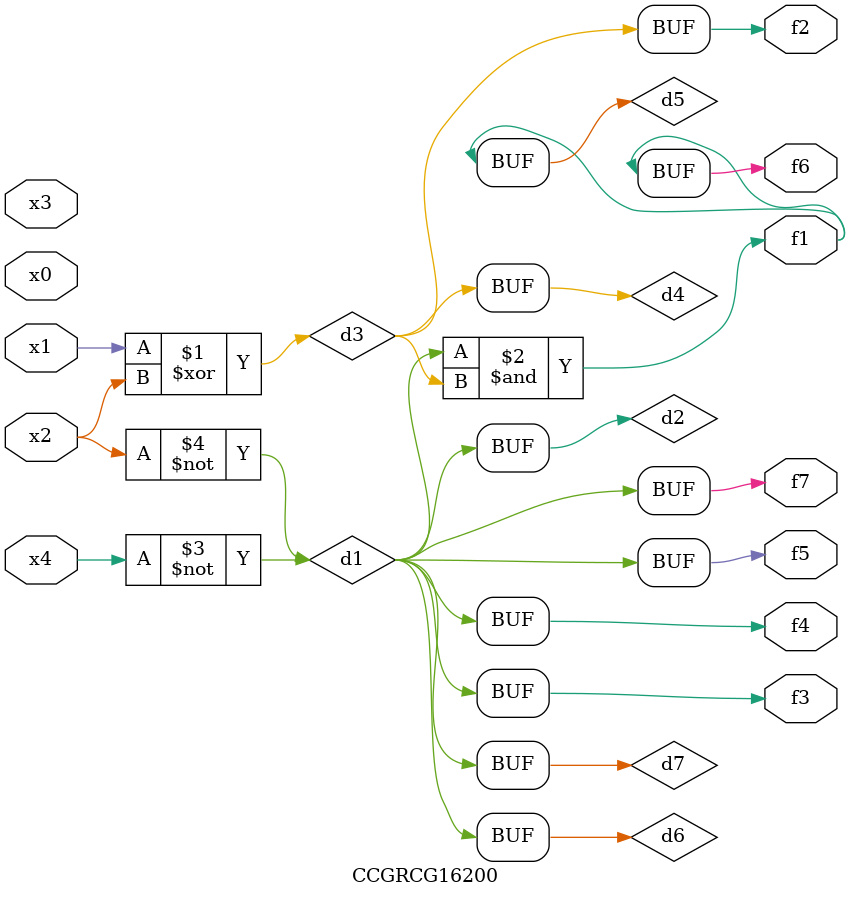
<source format=v>
module CCGRCG16200(
	input x0, x1, x2, x3, x4,
	output f1, f2, f3, f4, f5, f6, f7
);

	wire d1, d2, d3, d4, d5, d6, d7;

	not (d1, x4);
	not (d2, x2);
	xor (d3, x1, x2);
	buf (d4, d3);
	and (d5, d1, d3);
	buf (d6, d1, d2);
	buf (d7, d2);
	assign f1 = d5;
	assign f2 = d4;
	assign f3 = d7;
	assign f4 = d7;
	assign f5 = d7;
	assign f6 = d5;
	assign f7 = d7;
endmodule

</source>
